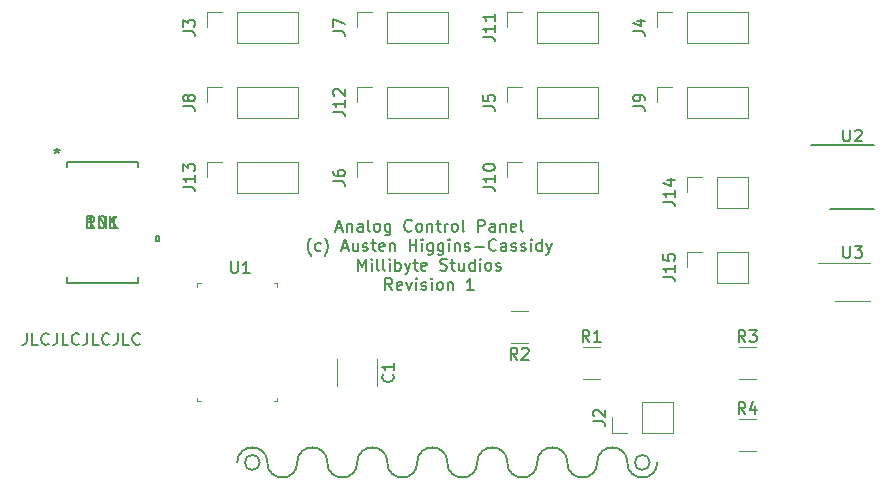
<source format=gbr>
%TF.GenerationSoftware,KiCad,Pcbnew,(5.1.8)-1*%
%TF.CreationDate,2021-01-25T11:57:41-05:00*%
%TF.ProjectId,Analog_Panel,416e616c-6f67-45f5-9061-6e656c2e6b69,rev?*%
%TF.SameCoordinates,Original*%
%TF.FileFunction,Legend,Top*%
%TF.FilePolarity,Positive*%
%FSLAX46Y46*%
G04 Gerber Fmt 4.6, Leading zero omitted, Abs format (unit mm)*
G04 Created by KiCad (PCBNEW (5.1.8)-1) date 2021-01-25 11:57:41*
%MOMM*%
%LPD*%
G01*
G04 APERTURE LIST*
%ADD10C,0.150000*%
%ADD11C,0.120000*%
%ADD12C,0.152400*%
%ADD13C,0.100000*%
G04 APERTURE END LIST*
D10*
X47625000Y-59690000D02*
G75*
G03*
X47625000Y-59690000I-635000J0D01*
G01*
X80645000Y-59690000D02*
G75*
G03*
X80645000Y-59690000I-635000J0D01*
G01*
X81280000Y-59690000D02*
G75*
G02*
X78740000Y-59690000I-1270000J0D01*
G01*
X76200000Y-59690000D02*
G75*
G02*
X78740000Y-59690000I1270000J0D01*
G01*
X76200000Y-59690000D02*
G75*
G02*
X73660000Y-59690000I-1270000J0D01*
G01*
X71120000Y-59690000D02*
G75*
G02*
X73660000Y-59690000I1270000J0D01*
G01*
X71120000Y-59690000D02*
G75*
G02*
X68580000Y-59690000I-1270000J0D01*
G01*
X66040000Y-59690000D02*
G75*
G02*
X68580000Y-59690000I1270000J0D01*
G01*
X66040000Y-59690000D02*
G75*
G02*
X63500000Y-59690000I-1270000J0D01*
G01*
X60960000Y-59690000D02*
G75*
G02*
X63500000Y-59690000I1270000J0D01*
G01*
X60960000Y-59690000D02*
G75*
G02*
X58420000Y-59690000I-1270000J0D01*
G01*
X55880000Y-59690000D02*
G75*
G02*
X58420000Y-59690000I1270000J0D01*
G01*
X55880000Y-59690000D02*
G75*
G02*
X53340000Y-59690000I-1270000J0D01*
G01*
X50800000Y-59690000D02*
G75*
G02*
X53340000Y-59690000I1270000J0D01*
G01*
X50800000Y-59690000D02*
G75*
G02*
X48260000Y-59690000I-1270000J0D01*
G01*
X45720000Y-59690000D02*
G75*
G02*
X48260000Y-59690000I1270000J0D01*
G01*
X27892952Y-48728380D02*
X27892952Y-49442666D01*
X27845333Y-49585523D01*
X27750095Y-49680761D01*
X27607238Y-49728380D01*
X27512000Y-49728380D01*
X28845333Y-49728380D02*
X28369142Y-49728380D01*
X28369142Y-48728380D01*
X29750095Y-49633142D02*
X29702476Y-49680761D01*
X29559619Y-49728380D01*
X29464380Y-49728380D01*
X29321523Y-49680761D01*
X29226285Y-49585523D01*
X29178666Y-49490285D01*
X29131047Y-49299809D01*
X29131047Y-49156952D01*
X29178666Y-48966476D01*
X29226285Y-48871238D01*
X29321523Y-48776000D01*
X29464380Y-48728380D01*
X29559619Y-48728380D01*
X29702476Y-48776000D01*
X29750095Y-48823619D01*
X30464380Y-48728380D02*
X30464380Y-49442666D01*
X30416761Y-49585523D01*
X30321523Y-49680761D01*
X30178666Y-49728380D01*
X30083428Y-49728380D01*
X31416761Y-49728380D02*
X30940571Y-49728380D01*
X30940571Y-48728380D01*
X32321523Y-49633142D02*
X32273904Y-49680761D01*
X32131047Y-49728380D01*
X32035809Y-49728380D01*
X31892952Y-49680761D01*
X31797714Y-49585523D01*
X31750095Y-49490285D01*
X31702476Y-49299809D01*
X31702476Y-49156952D01*
X31750095Y-48966476D01*
X31797714Y-48871238D01*
X31892952Y-48776000D01*
X32035809Y-48728380D01*
X32131047Y-48728380D01*
X32273904Y-48776000D01*
X32321523Y-48823619D01*
X33035809Y-48728380D02*
X33035809Y-49442666D01*
X32988190Y-49585523D01*
X32892952Y-49680761D01*
X32750095Y-49728380D01*
X32654857Y-49728380D01*
X33988190Y-49728380D02*
X33512000Y-49728380D01*
X33512000Y-48728380D01*
X34892952Y-49633142D02*
X34845333Y-49680761D01*
X34702476Y-49728380D01*
X34607238Y-49728380D01*
X34464380Y-49680761D01*
X34369142Y-49585523D01*
X34321523Y-49490285D01*
X34273904Y-49299809D01*
X34273904Y-49156952D01*
X34321523Y-48966476D01*
X34369142Y-48871238D01*
X34464380Y-48776000D01*
X34607238Y-48728380D01*
X34702476Y-48728380D01*
X34845333Y-48776000D01*
X34892952Y-48823619D01*
X35607238Y-48728380D02*
X35607238Y-49442666D01*
X35559619Y-49585523D01*
X35464380Y-49680761D01*
X35321523Y-49728380D01*
X35226285Y-49728380D01*
X36559619Y-49728380D02*
X36083428Y-49728380D01*
X36083428Y-48728380D01*
X37464380Y-49633142D02*
X37416761Y-49680761D01*
X37273904Y-49728380D01*
X37178666Y-49728380D01*
X37035809Y-49680761D01*
X36940571Y-49585523D01*
X36892952Y-49490285D01*
X36845333Y-49299809D01*
X36845333Y-49156952D01*
X36892952Y-48966476D01*
X36940571Y-48871238D01*
X37035809Y-48776000D01*
X37178666Y-48728380D01*
X37273904Y-48728380D01*
X37416761Y-48776000D01*
X37464380Y-48823619D01*
X54095047Y-39855666D02*
X54571238Y-39855666D01*
X53999809Y-40141380D02*
X54333142Y-39141380D01*
X54666476Y-40141380D01*
X54999809Y-39474714D02*
X54999809Y-40141380D01*
X54999809Y-39569952D02*
X55047428Y-39522333D01*
X55142666Y-39474714D01*
X55285523Y-39474714D01*
X55380761Y-39522333D01*
X55428380Y-39617571D01*
X55428380Y-40141380D01*
X56333142Y-40141380D02*
X56333142Y-39617571D01*
X56285523Y-39522333D01*
X56190285Y-39474714D01*
X55999809Y-39474714D01*
X55904571Y-39522333D01*
X56333142Y-40093761D02*
X56237904Y-40141380D01*
X55999809Y-40141380D01*
X55904571Y-40093761D01*
X55856952Y-39998523D01*
X55856952Y-39903285D01*
X55904571Y-39808047D01*
X55999809Y-39760428D01*
X56237904Y-39760428D01*
X56333142Y-39712809D01*
X56952190Y-40141380D02*
X56856952Y-40093761D01*
X56809333Y-39998523D01*
X56809333Y-39141380D01*
X57476000Y-40141380D02*
X57380761Y-40093761D01*
X57333142Y-40046142D01*
X57285523Y-39950904D01*
X57285523Y-39665190D01*
X57333142Y-39569952D01*
X57380761Y-39522333D01*
X57476000Y-39474714D01*
X57618857Y-39474714D01*
X57714095Y-39522333D01*
X57761714Y-39569952D01*
X57809333Y-39665190D01*
X57809333Y-39950904D01*
X57761714Y-40046142D01*
X57714095Y-40093761D01*
X57618857Y-40141380D01*
X57476000Y-40141380D01*
X58666476Y-39474714D02*
X58666476Y-40284238D01*
X58618857Y-40379476D01*
X58571238Y-40427095D01*
X58475999Y-40474714D01*
X58333142Y-40474714D01*
X58237904Y-40427095D01*
X58666476Y-40093761D02*
X58571238Y-40141380D01*
X58380761Y-40141380D01*
X58285523Y-40093761D01*
X58237904Y-40046142D01*
X58190285Y-39950904D01*
X58190285Y-39665190D01*
X58237904Y-39569952D01*
X58285523Y-39522333D01*
X58380761Y-39474714D01*
X58571238Y-39474714D01*
X58666476Y-39522333D01*
X60476000Y-40046142D02*
X60428380Y-40093761D01*
X60285523Y-40141380D01*
X60190285Y-40141380D01*
X60047428Y-40093761D01*
X59952190Y-39998523D01*
X59904571Y-39903285D01*
X59856952Y-39712809D01*
X59856952Y-39569952D01*
X59904571Y-39379476D01*
X59952190Y-39284238D01*
X60047428Y-39189000D01*
X60190285Y-39141380D01*
X60285523Y-39141380D01*
X60428380Y-39189000D01*
X60476000Y-39236619D01*
X61047428Y-40141380D02*
X60952190Y-40093761D01*
X60904571Y-40046142D01*
X60856952Y-39950904D01*
X60856952Y-39665190D01*
X60904571Y-39569952D01*
X60952190Y-39522333D01*
X61047428Y-39474714D01*
X61190285Y-39474714D01*
X61285523Y-39522333D01*
X61333142Y-39569952D01*
X61380761Y-39665190D01*
X61380761Y-39950904D01*
X61333142Y-40046142D01*
X61285523Y-40093761D01*
X61190285Y-40141380D01*
X61047428Y-40141380D01*
X61809333Y-39474714D02*
X61809333Y-40141380D01*
X61809333Y-39569952D02*
X61856952Y-39522333D01*
X61952190Y-39474714D01*
X62095047Y-39474714D01*
X62190285Y-39522333D01*
X62237904Y-39617571D01*
X62237904Y-40141380D01*
X62571238Y-39474714D02*
X62952190Y-39474714D01*
X62714095Y-39141380D02*
X62714095Y-39998523D01*
X62761714Y-40093761D01*
X62856952Y-40141380D01*
X62952190Y-40141380D01*
X63285523Y-40141380D02*
X63285523Y-39474714D01*
X63285523Y-39665190D02*
X63333142Y-39569952D01*
X63380761Y-39522333D01*
X63476000Y-39474714D01*
X63571238Y-39474714D01*
X64047428Y-40141380D02*
X63952190Y-40093761D01*
X63904571Y-40046142D01*
X63856952Y-39950904D01*
X63856952Y-39665190D01*
X63904571Y-39569952D01*
X63952190Y-39522333D01*
X64047428Y-39474714D01*
X64190285Y-39474714D01*
X64285523Y-39522333D01*
X64333142Y-39569952D01*
X64380761Y-39665190D01*
X64380761Y-39950904D01*
X64333142Y-40046142D01*
X64285523Y-40093761D01*
X64190285Y-40141380D01*
X64047428Y-40141380D01*
X64952190Y-40141380D02*
X64856952Y-40093761D01*
X64809333Y-39998523D01*
X64809333Y-39141380D01*
X66095047Y-40141380D02*
X66095047Y-39141380D01*
X66476000Y-39141380D01*
X66571238Y-39189000D01*
X66618857Y-39236619D01*
X66666476Y-39331857D01*
X66666476Y-39474714D01*
X66618857Y-39569952D01*
X66571238Y-39617571D01*
X66476000Y-39665190D01*
X66095047Y-39665190D01*
X67523619Y-40141380D02*
X67523619Y-39617571D01*
X67476000Y-39522333D01*
X67380761Y-39474714D01*
X67190285Y-39474714D01*
X67095047Y-39522333D01*
X67523619Y-40093761D02*
X67428380Y-40141380D01*
X67190285Y-40141380D01*
X67095047Y-40093761D01*
X67047428Y-39998523D01*
X67047428Y-39903285D01*
X67095047Y-39808047D01*
X67190285Y-39760428D01*
X67428380Y-39760428D01*
X67523619Y-39712809D01*
X67999809Y-39474714D02*
X67999809Y-40141380D01*
X67999809Y-39569952D02*
X68047428Y-39522333D01*
X68142666Y-39474714D01*
X68285523Y-39474714D01*
X68380761Y-39522333D01*
X68428380Y-39617571D01*
X68428380Y-40141380D01*
X69285523Y-40093761D02*
X69190285Y-40141380D01*
X68999809Y-40141380D01*
X68904571Y-40093761D01*
X68856952Y-39998523D01*
X68856952Y-39617571D01*
X68904571Y-39522333D01*
X68999809Y-39474714D01*
X69190285Y-39474714D01*
X69285523Y-39522333D01*
X69333142Y-39617571D01*
X69333142Y-39712809D01*
X68856952Y-39808047D01*
X69904571Y-40141380D02*
X69809333Y-40093761D01*
X69761714Y-39998523D01*
X69761714Y-39141380D01*
X51976000Y-42172333D02*
X51928380Y-42124714D01*
X51833142Y-41981857D01*
X51785523Y-41886619D01*
X51737904Y-41743761D01*
X51690285Y-41505666D01*
X51690285Y-41315190D01*
X51737904Y-41077095D01*
X51785523Y-40934238D01*
X51833142Y-40839000D01*
X51928380Y-40696142D01*
X51976000Y-40648523D01*
X52785523Y-41743761D02*
X52690285Y-41791380D01*
X52499809Y-41791380D01*
X52404571Y-41743761D01*
X52356952Y-41696142D01*
X52309333Y-41600904D01*
X52309333Y-41315190D01*
X52356952Y-41219952D01*
X52404571Y-41172333D01*
X52499809Y-41124714D01*
X52690285Y-41124714D01*
X52785523Y-41172333D01*
X53118857Y-42172333D02*
X53166476Y-42124714D01*
X53261714Y-41981857D01*
X53309333Y-41886619D01*
X53356952Y-41743761D01*
X53404571Y-41505666D01*
X53404571Y-41315190D01*
X53356952Y-41077095D01*
X53309333Y-40934238D01*
X53261714Y-40839000D01*
X53166476Y-40696142D01*
X53118857Y-40648523D01*
X54595047Y-41505666D02*
X55071238Y-41505666D01*
X54499809Y-41791380D02*
X54833142Y-40791380D01*
X55166476Y-41791380D01*
X55928380Y-41124714D02*
X55928380Y-41791380D01*
X55499809Y-41124714D02*
X55499809Y-41648523D01*
X55547428Y-41743761D01*
X55642666Y-41791380D01*
X55785523Y-41791380D01*
X55880761Y-41743761D01*
X55928380Y-41696142D01*
X56356952Y-41743761D02*
X56452190Y-41791380D01*
X56642666Y-41791380D01*
X56737904Y-41743761D01*
X56785523Y-41648523D01*
X56785523Y-41600904D01*
X56737904Y-41505666D01*
X56642666Y-41458047D01*
X56499809Y-41458047D01*
X56404571Y-41410428D01*
X56356952Y-41315190D01*
X56356952Y-41267571D01*
X56404571Y-41172333D01*
X56499809Y-41124714D01*
X56642666Y-41124714D01*
X56737904Y-41172333D01*
X57071238Y-41124714D02*
X57452190Y-41124714D01*
X57214095Y-40791380D02*
X57214095Y-41648523D01*
X57261714Y-41743761D01*
X57356952Y-41791380D01*
X57452190Y-41791380D01*
X58166476Y-41743761D02*
X58071238Y-41791380D01*
X57880761Y-41791380D01*
X57785523Y-41743761D01*
X57737904Y-41648523D01*
X57737904Y-41267571D01*
X57785523Y-41172333D01*
X57880761Y-41124714D01*
X58071238Y-41124714D01*
X58166476Y-41172333D01*
X58214095Y-41267571D01*
X58214095Y-41362809D01*
X57737904Y-41458047D01*
X58642666Y-41124714D02*
X58642666Y-41791380D01*
X58642666Y-41219952D02*
X58690285Y-41172333D01*
X58785523Y-41124714D01*
X58928380Y-41124714D01*
X59023619Y-41172333D01*
X59071238Y-41267571D01*
X59071238Y-41791380D01*
X60309333Y-41791380D02*
X60309333Y-40791380D01*
X60309333Y-41267571D02*
X60880761Y-41267571D01*
X60880761Y-41791380D02*
X60880761Y-40791380D01*
X61356952Y-41791380D02*
X61356952Y-41124714D01*
X61356952Y-40791380D02*
X61309333Y-40839000D01*
X61356952Y-40886619D01*
X61404571Y-40839000D01*
X61356952Y-40791380D01*
X61356952Y-40886619D01*
X62261714Y-41124714D02*
X62261714Y-41934238D01*
X62214095Y-42029476D01*
X62166476Y-42077095D01*
X62071238Y-42124714D01*
X61928380Y-42124714D01*
X61833142Y-42077095D01*
X62261714Y-41743761D02*
X62166476Y-41791380D01*
X61976000Y-41791380D01*
X61880761Y-41743761D01*
X61833142Y-41696142D01*
X61785523Y-41600904D01*
X61785523Y-41315190D01*
X61833142Y-41219952D01*
X61880761Y-41172333D01*
X61976000Y-41124714D01*
X62166476Y-41124714D01*
X62261714Y-41172333D01*
X63166476Y-41124714D02*
X63166476Y-41934238D01*
X63118857Y-42029476D01*
X63071238Y-42077095D01*
X62976000Y-42124714D01*
X62833142Y-42124714D01*
X62737904Y-42077095D01*
X63166476Y-41743761D02*
X63071238Y-41791380D01*
X62880761Y-41791380D01*
X62785523Y-41743761D01*
X62737904Y-41696142D01*
X62690285Y-41600904D01*
X62690285Y-41315190D01*
X62737904Y-41219952D01*
X62785523Y-41172333D01*
X62880761Y-41124714D01*
X63071238Y-41124714D01*
X63166476Y-41172333D01*
X63642666Y-41791380D02*
X63642666Y-41124714D01*
X63642666Y-40791380D02*
X63595047Y-40839000D01*
X63642666Y-40886619D01*
X63690285Y-40839000D01*
X63642666Y-40791380D01*
X63642666Y-40886619D01*
X64118857Y-41124714D02*
X64118857Y-41791380D01*
X64118857Y-41219952D02*
X64166476Y-41172333D01*
X64261714Y-41124714D01*
X64404571Y-41124714D01*
X64499809Y-41172333D01*
X64547428Y-41267571D01*
X64547428Y-41791380D01*
X64976000Y-41743761D02*
X65071238Y-41791380D01*
X65261714Y-41791380D01*
X65356952Y-41743761D01*
X65404571Y-41648523D01*
X65404571Y-41600904D01*
X65356952Y-41505666D01*
X65261714Y-41458047D01*
X65118857Y-41458047D01*
X65023619Y-41410428D01*
X64976000Y-41315190D01*
X64976000Y-41267571D01*
X65023619Y-41172333D01*
X65118857Y-41124714D01*
X65261714Y-41124714D01*
X65356952Y-41172333D01*
X65833142Y-41410428D02*
X66595047Y-41410428D01*
X67642666Y-41696142D02*
X67595047Y-41743761D01*
X67452190Y-41791380D01*
X67356952Y-41791380D01*
X67214095Y-41743761D01*
X67118857Y-41648523D01*
X67071238Y-41553285D01*
X67023619Y-41362809D01*
X67023619Y-41219952D01*
X67071238Y-41029476D01*
X67118857Y-40934238D01*
X67214095Y-40839000D01*
X67356952Y-40791380D01*
X67452190Y-40791380D01*
X67595047Y-40839000D01*
X67642666Y-40886619D01*
X68499809Y-41791380D02*
X68499809Y-41267571D01*
X68452190Y-41172333D01*
X68356952Y-41124714D01*
X68166476Y-41124714D01*
X68071238Y-41172333D01*
X68499809Y-41743761D02*
X68404571Y-41791380D01*
X68166476Y-41791380D01*
X68071238Y-41743761D01*
X68023619Y-41648523D01*
X68023619Y-41553285D01*
X68071238Y-41458047D01*
X68166476Y-41410428D01*
X68404571Y-41410428D01*
X68499809Y-41362809D01*
X68928380Y-41743761D02*
X69023619Y-41791380D01*
X69214095Y-41791380D01*
X69309333Y-41743761D01*
X69356952Y-41648523D01*
X69356952Y-41600904D01*
X69309333Y-41505666D01*
X69214095Y-41458047D01*
X69071238Y-41458047D01*
X68976000Y-41410428D01*
X68928380Y-41315190D01*
X68928380Y-41267571D01*
X68976000Y-41172333D01*
X69071238Y-41124714D01*
X69214095Y-41124714D01*
X69309333Y-41172333D01*
X69737904Y-41743761D02*
X69833142Y-41791380D01*
X70023619Y-41791380D01*
X70118857Y-41743761D01*
X70166476Y-41648523D01*
X70166476Y-41600904D01*
X70118857Y-41505666D01*
X70023619Y-41458047D01*
X69880761Y-41458047D01*
X69785523Y-41410428D01*
X69737904Y-41315190D01*
X69737904Y-41267571D01*
X69785523Y-41172333D01*
X69880761Y-41124714D01*
X70023619Y-41124714D01*
X70118857Y-41172333D01*
X70595047Y-41791380D02*
X70595047Y-41124714D01*
X70595047Y-40791380D02*
X70547428Y-40839000D01*
X70595047Y-40886619D01*
X70642666Y-40839000D01*
X70595047Y-40791380D01*
X70595047Y-40886619D01*
X71499809Y-41791380D02*
X71499809Y-40791380D01*
X71499809Y-41743761D02*
X71404571Y-41791380D01*
X71214095Y-41791380D01*
X71118857Y-41743761D01*
X71071238Y-41696142D01*
X71023619Y-41600904D01*
X71023619Y-41315190D01*
X71071238Y-41219952D01*
X71118857Y-41172333D01*
X71214095Y-41124714D01*
X71404571Y-41124714D01*
X71499809Y-41172333D01*
X71880761Y-41124714D02*
X72118857Y-41791380D01*
X72356952Y-41124714D02*
X72118857Y-41791380D01*
X72023619Y-42029476D01*
X71976000Y-42077095D01*
X71880761Y-42124714D01*
X55952190Y-43441380D02*
X55952190Y-42441380D01*
X56285523Y-43155666D01*
X56618857Y-42441380D01*
X56618857Y-43441380D01*
X57095047Y-43441380D02*
X57095047Y-42774714D01*
X57095047Y-42441380D02*
X57047428Y-42489000D01*
X57095047Y-42536619D01*
X57142666Y-42489000D01*
X57095047Y-42441380D01*
X57095047Y-42536619D01*
X57714095Y-43441380D02*
X57618857Y-43393761D01*
X57571238Y-43298523D01*
X57571238Y-42441380D01*
X58237904Y-43441380D02*
X58142666Y-43393761D01*
X58095047Y-43298523D01*
X58095047Y-42441380D01*
X58618857Y-43441380D02*
X58618857Y-42774714D01*
X58618857Y-42441380D02*
X58571238Y-42489000D01*
X58618857Y-42536619D01*
X58666476Y-42489000D01*
X58618857Y-42441380D01*
X58618857Y-42536619D01*
X59095047Y-43441380D02*
X59095047Y-42441380D01*
X59095047Y-42822333D02*
X59190285Y-42774714D01*
X59380761Y-42774714D01*
X59476000Y-42822333D01*
X59523619Y-42869952D01*
X59571238Y-42965190D01*
X59571238Y-43250904D01*
X59523619Y-43346142D01*
X59476000Y-43393761D01*
X59380761Y-43441380D01*
X59190285Y-43441380D01*
X59095047Y-43393761D01*
X59904571Y-42774714D02*
X60142666Y-43441380D01*
X60380761Y-42774714D02*
X60142666Y-43441380D01*
X60047428Y-43679476D01*
X59999809Y-43727095D01*
X59904571Y-43774714D01*
X60618857Y-42774714D02*
X60999809Y-42774714D01*
X60761714Y-42441380D02*
X60761714Y-43298523D01*
X60809333Y-43393761D01*
X60904571Y-43441380D01*
X60999809Y-43441380D01*
X61714095Y-43393761D02*
X61618857Y-43441380D01*
X61428380Y-43441380D01*
X61333142Y-43393761D01*
X61285523Y-43298523D01*
X61285523Y-42917571D01*
X61333142Y-42822333D01*
X61428380Y-42774714D01*
X61618857Y-42774714D01*
X61714095Y-42822333D01*
X61761714Y-42917571D01*
X61761714Y-43012809D01*
X61285523Y-43108047D01*
X62904571Y-43393761D02*
X63047428Y-43441380D01*
X63285523Y-43441380D01*
X63380761Y-43393761D01*
X63428380Y-43346142D01*
X63476000Y-43250904D01*
X63476000Y-43155666D01*
X63428380Y-43060428D01*
X63380761Y-43012809D01*
X63285523Y-42965190D01*
X63095047Y-42917571D01*
X62999809Y-42869952D01*
X62952190Y-42822333D01*
X62904571Y-42727095D01*
X62904571Y-42631857D01*
X62952190Y-42536619D01*
X62999809Y-42489000D01*
X63095047Y-42441380D01*
X63333142Y-42441380D01*
X63476000Y-42489000D01*
X63761714Y-42774714D02*
X64142666Y-42774714D01*
X63904571Y-42441380D02*
X63904571Y-43298523D01*
X63952190Y-43393761D01*
X64047428Y-43441380D01*
X64142666Y-43441380D01*
X64904571Y-42774714D02*
X64904571Y-43441380D01*
X64476000Y-42774714D02*
X64476000Y-43298523D01*
X64523619Y-43393761D01*
X64618857Y-43441380D01*
X64761714Y-43441380D01*
X64856952Y-43393761D01*
X64904571Y-43346142D01*
X65809333Y-43441380D02*
X65809333Y-42441380D01*
X65809333Y-43393761D02*
X65714095Y-43441380D01*
X65523619Y-43441380D01*
X65428380Y-43393761D01*
X65380761Y-43346142D01*
X65333142Y-43250904D01*
X65333142Y-42965190D01*
X65380761Y-42869952D01*
X65428380Y-42822333D01*
X65523619Y-42774714D01*
X65714095Y-42774714D01*
X65809333Y-42822333D01*
X66285523Y-43441380D02*
X66285523Y-42774714D01*
X66285523Y-42441380D02*
X66237904Y-42489000D01*
X66285523Y-42536619D01*
X66333142Y-42489000D01*
X66285523Y-42441380D01*
X66285523Y-42536619D01*
X66904571Y-43441380D02*
X66809333Y-43393761D01*
X66761714Y-43346142D01*
X66714095Y-43250904D01*
X66714095Y-42965190D01*
X66761714Y-42869952D01*
X66809333Y-42822333D01*
X66904571Y-42774714D01*
X67047428Y-42774714D01*
X67142666Y-42822333D01*
X67190285Y-42869952D01*
X67237904Y-42965190D01*
X67237904Y-43250904D01*
X67190285Y-43346142D01*
X67142666Y-43393761D01*
X67047428Y-43441380D01*
X66904571Y-43441380D01*
X67618857Y-43393761D02*
X67714095Y-43441380D01*
X67904571Y-43441380D01*
X67999809Y-43393761D01*
X68047428Y-43298523D01*
X68047428Y-43250904D01*
X67999809Y-43155666D01*
X67904571Y-43108047D01*
X67761714Y-43108047D01*
X67666476Y-43060428D01*
X67618857Y-42965190D01*
X67618857Y-42917571D01*
X67666476Y-42822333D01*
X67761714Y-42774714D01*
X67904571Y-42774714D01*
X67999809Y-42822333D01*
X58833142Y-45091380D02*
X58499809Y-44615190D01*
X58261714Y-45091380D02*
X58261714Y-44091380D01*
X58642666Y-44091380D01*
X58737904Y-44139000D01*
X58785523Y-44186619D01*
X58833142Y-44281857D01*
X58833142Y-44424714D01*
X58785523Y-44519952D01*
X58737904Y-44567571D01*
X58642666Y-44615190D01*
X58261714Y-44615190D01*
X59642666Y-45043761D02*
X59547428Y-45091380D01*
X59356952Y-45091380D01*
X59261714Y-45043761D01*
X59214095Y-44948523D01*
X59214095Y-44567571D01*
X59261714Y-44472333D01*
X59356952Y-44424714D01*
X59547428Y-44424714D01*
X59642666Y-44472333D01*
X59690285Y-44567571D01*
X59690285Y-44662809D01*
X59214095Y-44758047D01*
X60023619Y-44424714D02*
X60261714Y-45091380D01*
X60499809Y-44424714D01*
X60880761Y-45091380D02*
X60880761Y-44424714D01*
X60880761Y-44091380D02*
X60833142Y-44139000D01*
X60880761Y-44186619D01*
X60928380Y-44139000D01*
X60880761Y-44091380D01*
X60880761Y-44186619D01*
X61309333Y-45043761D02*
X61404571Y-45091380D01*
X61595047Y-45091380D01*
X61690285Y-45043761D01*
X61737904Y-44948523D01*
X61737904Y-44900904D01*
X61690285Y-44805666D01*
X61595047Y-44758047D01*
X61452190Y-44758047D01*
X61356952Y-44710428D01*
X61309333Y-44615190D01*
X61309333Y-44567571D01*
X61356952Y-44472333D01*
X61452190Y-44424714D01*
X61595047Y-44424714D01*
X61690285Y-44472333D01*
X62166476Y-45091380D02*
X62166476Y-44424714D01*
X62166476Y-44091380D02*
X62118857Y-44139000D01*
X62166476Y-44186619D01*
X62214095Y-44139000D01*
X62166476Y-44091380D01*
X62166476Y-44186619D01*
X62785523Y-45091380D02*
X62690285Y-45043761D01*
X62642666Y-44996142D01*
X62595047Y-44900904D01*
X62595047Y-44615190D01*
X62642666Y-44519952D01*
X62690285Y-44472333D01*
X62785523Y-44424714D01*
X62928380Y-44424714D01*
X63023619Y-44472333D01*
X63071238Y-44519952D01*
X63118857Y-44615190D01*
X63118857Y-44900904D01*
X63071238Y-44996142D01*
X63023619Y-45043761D01*
X62928380Y-45091380D01*
X62785523Y-45091380D01*
X63547428Y-44424714D02*
X63547428Y-45091380D01*
X63547428Y-44519952D02*
X63595047Y-44472333D01*
X63690285Y-44424714D01*
X63833142Y-44424714D01*
X63928380Y-44472333D01*
X63976000Y-44567571D01*
X63976000Y-45091380D01*
X65737904Y-45091380D02*
X65166476Y-45091380D01*
X65452190Y-45091380D02*
X65452190Y-44091380D01*
X65356952Y-44234238D01*
X65261714Y-44329476D01*
X65166476Y-44377095D01*
D11*
%TO.C,C1*%
X54170000Y-50908748D02*
X54170000Y-53231252D01*
X57590000Y-50908748D02*
X57590000Y-53231252D01*
%TO.C,J2*%
X77410000Y-57210000D02*
X77410000Y-55880000D01*
X78740000Y-57210000D02*
X77410000Y-57210000D01*
X80010000Y-57210000D02*
X80010000Y-54550000D01*
X80010000Y-54550000D02*
X82610000Y-54550000D01*
X80010000Y-57210000D02*
X82610000Y-57210000D01*
X82610000Y-57210000D02*
X82610000Y-54550000D01*
%TO.C,J3*%
X43120000Y-22860000D02*
X43120000Y-21530000D01*
X43120000Y-21530000D02*
X44450000Y-21530000D01*
X45720000Y-21530000D02*
X50860000Y-21530000D01*
X50860000Y-24190000D02*
X50860000Y-21530000D01*
X45720000Y-24190000D02*
X50860000Y-24190000D01*
X45720000Y-24190000D02*
X45720000Y-21530000D01*
%TO.C,J4*%
X83820000Y-24190000D02*
X83820000Y-21530000D01*
X83820000Y-24190000D02*
X88960000Y-24190000D01*
X88960000Y-24190000D02*
X88960000Y-21530000D01*
X83820000Y-21530000D02*
X88960000Y-21530000D01*
X81220000Y-21530000D02*
X82550000Y-21530000D01*
X81220000Y-22860000D02*
X81220000Y-21530000D01*
%TO.C,J5*%
X68520000Y-29210000D02*
X68520000Y-27880000D01*
X68520000Y-27880000D02*
X69850000Y-27880000D01*
X71120000Y-27880000D02*
X76260000Y-27880000D01*
X76260000Y-30540000D02*
X76260000Y-27880000D01*
X71120000Y-30540000D02*
X76260000Y-30540000D01*
X71120000Y-30540000D02*
X71120000Y-27880000D01*
%TO.C,J6*%
X58420000Y-36890000D02*
X58420000Y-34230000D01*
X58420000Y-36890000D02*
X63560000Y-36890000D01*
X63560000Y-36890000D02*
X63560000Y-34230000D01*
X58420000Y-34230000D02*
X63560000Y-34230000D01*
X55820000Y-34230000D02*
X57150000Y-34230000D01*
X55820000Y-35560000D02*
X55820000Y-34230000D01*
%TO.C,J7*%
X55820000Y-22860000D02*
X55820000Y-21530000D01*
X55820000Y-21530000D02*
X57150000Y-21530000D01*
X58420000Y-21530000D02*
X63560000Y-21530000D01*
X63560000Y-24190000D02*
X63560000Y-21530000D01*
X58420000Y-24190000D02*
X63560000Y-24190000D01*
X58420000Y-24190000D02*
X58420000Y-21530000D01*
%TO.C,J8*%
X43120000Y-29210000D02*
X43120000Y-27880000D01*
X43120000Y-27880000D02*
X44450000Y-27880000D01*
X45720000Y-27880000D02*
X50860000Y-27880000D01*
X50860000Y-30540000D02*
X50860000Y-27880000D01*
X45720000Y-30540000D02*
X50860000Y-30540000D01*
X45720000Y-30540000D02*
X45720000Y-27880000D01*
%TO.C,J9*%
X83820000Y-30540000D02*
X83820000Y-27880000D01*
X83820000Y-30540000D02*
X88960000Y-30540000D01*
X88960000Y-30540000D02*
X88960000Y-27880000D01*
X83820000Y-27880000D02*
X88960000Y-27880000D01*
X81220000Y-27880000D02*
X82550000Y-27880000D01*
X81220000Y-29210000D02*
X81220000Y-27880000D01*
%TO.C,J10*%
X68520000Y-35560000D02*
X68520000Y-34230000D01*
X68520000Y-34230000D02*
X69850000Y-34230000D01*
X71120000Y-34230000D02*
X76260000Y-34230000D01*
X76260000Y-36890000D02*
X76260000Y-34230000D01*
X71120000Y-36890000D02*
X76260000Y-36890000D01*
X71120000Y-36890000D02*
X71120000Y-34230000D01*
%TO.C,J11*%
X71120000Y-24190000D02*
X71120000Y-21530000D01*
X71120000Y-24190000D02*
X76260000Y-24190000D01*
X76260000Y-24190000D02*
X76260000Y-21530000D01*
X71120000Y-21530000D02*
X76260000Y-21530000D01*
X68520000Y-21530000D02*
X69850000Y-21530000D01*
X68520000Y-22860000D02*
X68520000Y-21530000D01*
%TO.C,J12*%
X55820000Y-29210000D02*
X55820000Y-27880000D01*
X55820000Y-27880000D02*
X57150000Y-27880000D01*
X58420000Y-27880000D02*
X63560000Y-27880000D01*
X63560000Y-30540000D02*
X63560000Y-27880000D01*
X58420000Y-30540000D02*
X63560000Y-30540000D01*
X58420000Y-30540000D02*
X58420000Y-27880000D01*
%TO.C,J13*%
X45720000Y-36890000D02*
X45720000Y-34230000D01*
X45720000Y-36890000D02*
X50860000Y-36890000D01*
X50860000Y-36890000D02*
X50860000Y-34230000D01*
X45720000Y-34230000D02*
X50860000Y-34230000D01*
X43120000Y-34230000D02*
X44450000Y-34230000D01*
X43120000Y-35560000D02*
X43120000Y-34230000D01*
%TO.C,J14*%
X83760000Y-36830000D02*
X83760000Y-35500000D01*
X83760000Y-35500000D02*
X85090000Y-35500000D01*
X86360000Y-35500000D02*
X88960000Y-35500000D01*
X88960000Y-38160000D02*
X88960000Y-35500000D01*
X86360000Y-38160000D02*
X88960000Y-38160000D01*
X86360000Y-38160000D02*
X86360000Y-35500000D01*
%TO.C,J15*%
X86360000Y-44510000D02*
X86360000Y-41850000D01*
X86360000Y-44510000D02*
X88960000Y-44510000D01*
X88960000Y-44510000D02*
X88960000Y-41850000D01*
X86360000Y-41850000D02*
X88960000Y-41850000D01*
X83760000Y-41850000D02*
X85090000Y-41850000D01*
X83760000Y-43180000D02*
X83760000Y-41850000D01*
%TO.C,R1*%
X74968263Y-52663000D02*
X76415737Y-52663000D01*
X74968263Y-49953000D02*
X76415737Y-49953000D01*
%TO.C,R2*%
X70319737Y-49615000D02*
X68872263Y-49615000D01*
X70319737Y-46905000D02*
X68872263Y-46905000D01*
%TO.C,R3*%
X88176263Y-49953000D02*
X89623737Y-49953000D01*
X88176263Y-52663000D02*
X89623737Y-52663000D01*
%TO.C,R4*%
X88176263Y-58759000D02*
X89623737Y-58759000D01*
X88176263Y-56049000D02*
X89623737Y-56049000D01*
D12*
%TO.C,RN1*%
X38836600Y-40525700D02*
X39090600Y-40525700D01*
X38836600Y-40906700D02*
X38836600Y-40525700D01*
X39090600Y-40906700D02*
X38836600Y-40906700D01*
X39090600Y-40525700D02*
X39090600Y-40906700D01*
X37274500Y-34719260D02*
X37274500Y-34226500D01*
X31305500Y-44020740D02*
X31305500Y-44513500D01*
X31305500Y-34226500D02*
X31305500Y-34719260D01*
X37274500Y-34226500D02*
X31305500Y-34226500D01*
X37274500Y-44513500D02*
X37274500Y-44020740D01*
X31305500Y-44513500D02*
X37274500Y-44513500D01*
D13*
%TO.C,U1*%
X42310000Y-54520000D02*
X42610000Y-54520000D01*
X42310000Y-54220000D02*
X42310000Y-54520000D01*
X49110000Y-54520000D02*
X48810000Y-54520000D01*
X49110000Y-54220000D02*
X49110000Y-54520000D01*
X49110000Y-44520000D02*
X48810000Y-44520000D01*
X49110000Y-44820000D02*
X49110000Y-44520000D01*
X42310000Y-44520000D02*
X42610000Y-44520000D01*
X42310000Y-44820000D02*
X42310000Y-44520000D01*
D10*
%TO.C,U2*%
X94265000Y-32835000D02*
X99648600Y-32835000D01*
X95935700Y-38235000D02*
X99644300Y-38235000D01*
D11*
%TO.C,U3*%
X97790000Y-42840000D02*
X94915000Y-42840000D01*
X97790000Y-42840000D02*
X99290000Y-42840000D01*
X97790000Y-46060000D02*
X96290000Y-46060000D01*
X97790000Y-46060000D02*
X99290000Y-46060000D01*
%TO.C,C1*%
D10*
X58887142Y-52236666D02*
X58934761Y-52284285D01*
X58982380Y-52427142D01*
X58982380Y-52522380D01*
X58934761Y-52665238D01*
X58839523Y-52760476D01*
X58744285Y-52808095D01*
X58553809Y-52855714D01*
X58410952Y-52855714D01*
X58220476Y-52808095D01*
X58125238Y-52760476D01*
X58030000Y-52665238D01*
X57982380Y-52522380D01*
X57982380Y-52427142D01*
X58030000Y-52284285D01*
X58077619Y-52236666D01*
X58982380Y-51284285D02*
X58982380Y-51855714D01*
X58982380Y-51570000D02*
X57982380Y-51570000D01*
X58125238Y-51665238D01*
X58220476Y-51760476D01*
X58268095Y-51855714D01*
%TO.C,J2*%
X75862380Y-56213333D02*
X76576666Y-56213333D01*
X76719523Y-56260952D01*
X76814761Y-56356190D01*
X76862380Y-56499047D01*
X76862380Y-56594285D01*
X75957619Y-55784761D02*
X75910000Y-55737142D01*
X75862380Y-55641904D01*
X75862380Y-55403809D01*
X75910000Y-55308571D01*
X75957619Y-55260952D01*
X76052857Y-55213333D01*
X76148095Y-55213333D01*
X76290952Y-55260952D01*
X76862380Y-55832380D01*
X76862380Y-55213333D01*
%TO.C,J3*%
X41132380Y-23193333D02*
X41846666Y-23193333D01*
X41989523Y-23240952D01*
X42084761Y-23336190D01*
X42132380Y-23479047D01*
X42132380Y-23574285D01*
X41132380Y-22812380D02*
X41132380Y-22193333D01*
X41513333Y-22526666D01*
X41513333Y-22383809D01*
X41560952Y-22288571D01*
X41608571Y-22240952D01*
X41703809Y-22193333D01*
X41941904Y-22193333D01*
X42037142Y-22240952D01*
X42084761Y-22288571D01*
X42132380Y-22383809D01*
X42132380Y-22669523D01*
X42084761Y-22764761D01*
X42037142Y-22812380D01*
%TO.C,J4*%
X79232380Y-23193333D02*
X79946666Y-23193333D01*
X80089523Y-23240952D01*
X80184761Y-23336190D01*
X80232380Y-23479047D01*
X80232380Y-23574285D01*
X79565714Y-22288571D02*
X80232380Y-22288571D01*
X79184761Y-22526666D02*
X79899047Y-22764761D01*
X79899047Y-22145714D01*
%TO.C,J5*%
X66532380Y-29543333D02*
X67246666Y-29543333D01*
X67389523Y-29590952D01*
X67484761Y-29686190D01*
X67532380Y-29829047D01*
X67532380Y-29924285D01*
X66532380Y-28590952D02*
X66532380Y-29067142D01*
X67008571Y-29114761D01*
X66960952Y-29067142D01*
X66913333Y-28971904D01*
X66913333Y-28733809D01*
X66960952Y-28638571D01*
X67008571Y-28590952D01*
X67103809Y-28543333D01*
X67341904Y-28543333D01*
X67437142Y-28590952D01*
X67484761Y-28638571D01*
X67532380Y-28733809D01*
X67532380Y-28971904D01*
X67484761Y-29067142D01*
X67437142Y-29114761D01*
%TO.C,J6*%
X53832380Y-35893333D02*
X54546666Y-35893333D01*
X54689523Y-35940952D01*
X54784761Y-36036190D01*
X54832380Y-36179047D01*
X54832380Y-36274285D01*
X53832380Y-34988571D02*
X53832380Y-35179047D01*
X53880000Y-35274285D01*
X53927619Y-35321904D01*
X54070476Y-35417142D01*
X54260952Y-35464761D01*
X54641904Y-35464761D01*
X54737142Y-35417142D01*
X54784761Y-35369523D01*
X54832380Y-35274285D01*
X54832380Y-35083809D01*
X54784761Y-34988571D01*
X54737142Y-34940952D01*
X54641904Y-34893333D01*
X54403809Y-34893333D01*
X54308571Y-34940952D01*
X54260952Y-34988571D01*
X54213333Y-35083809D01*
X54213333Y-35274285D01*
X54260952Y-35369523D01*
X54308571Y-35417142D01*
X54403809Y-35464761D01*
%TO.C,J7*%
X53832380Y-23193333D02*
X54546666Y-23193333D01*
X54689523Y-23240952D01*
X54784761Y-23336190D01*
X54832380Y-23479047D01*
X54832380Y-23574285D01*
X53832380Y-22812380D02*
X53832380Y-22145714D01*
X54832380Y-22574285D01*
%TO.C,J8*%
X41132380Y-29543333D02*
X41846666Y-29543333D01*
X41989523Y-29590952D01*
X42084761Y-29686190D01*
X42132380Y-29829047D01*
X42132380Y-29924285D01*
X41560952Y-28924285D02*
X41513333Y-29019523D01*
X41465714Y-29067142D01*
X41370476Y-29114761D01*
X41322857Y-29114761D01*
X41227619Y-29067142D01*
X41180000Y-29019523D01*
X41132380Y-28924285D01*
X41132380Y-28733809D01*
X41180000Y-28638571D01*
X41227619Y-28590952D01*
X41322857Y-28543333D01*
X41370476Y-28543333D01*
X41465714Y-28590952D01*
X41513333Y-28638571D01*
X41560952Y-28733809D01*
X41560952Y-28924285D01*
X41608571Y-29019523D01*
X41656190Y-29067142D01*
X41751428Y-29114761D01*
X41941904Y-29114761D01*
X42037142Y-29067142D01*
X42084761Y-29019523D01*
X42132380Y-28924285D01*
X42132380Y-28733809D01*
X42084761Y-28638571D01*
X42037142Y-28590952D01*
X41941904Y-28543333D01*
X41751428Y-28543333D01*
X41656190Y-28590952D01*
X41608571Y-28638571D01*
X41560952Y-28733809D01*
%TO.C,J9*%
X79232380Y-29543333D02*
X79946666Y-29543333D01*
X80089523Y-29590952D01*
X80184761Y-29686190D01*
X80232380Y-29829047D01*
X80232380Y-29924285D01*
X80232380Y-29019523D02*
X80232380Y-28829047D01*
X80184761Y-28733809D01*
X80137142Y-28686190D01*
X79994285Y-28590952D01*
X79803809Y-28543333D01*
X79422857Y-28543333D01*
X79327619Y-28590952D01*
X79280000Y-28638571D01*
X79232380Y-28733809D01*
X79232380Y-28924285D01*
X79280000Y-29019523D01*
X79327619Y-29067142D01*
X79422857Y-29114761D01*
X79660952Y-29114761D01*
X79756190Y-29067142D01*
X79803809Y-29019523D01*
X79851428Y-28924285D01*
X79851428Y-28733809D01*
X79803809Y-28638571D01*
X79756190Y-28590952D01*
X79660952Y-28543333D01*
%TO.C,J10*%
X66532380Y-36369523D02*
X67246666Y-36369523D01*
X67389523Y-36417142D01*
X67484761Y-36512380D01*
X67532380Y-36655238D01*
X67532380Y-36750476D01*
X67532380Y-35369523D02*
X67532380Y-35940952D01*
X67532380Y-35655238D02*
X66532380Y-35655238D01*
X66675238Y-35750476D01*
X66770476Y-35845714D01*
X66818095Y-35940952D01*
X66532380Y-34750476D02*
X66532380Y-34655238D01*
X66580000Y-34560000D01*
X66627619Y-34512380D01*
X66722857Y-34464761D01*
X66913333Y-34417142D01*
X67151428Y-34417142D01*
X67341904Y-34464761D01*
X67437142Y-34512380D01*
X67484761Y-34560000D01*
X67532380Y-34655238D01*
X67532380Y-34750476D01*
X67484761Y-34845714D01*
X67437142Y-34893333D01*
X67341904Y-34940952D01*
X67151428Y-34988571D01*
X66913333Y-34988571D01*
X66722857Y-34940952D01*
X66627619Y-34893333D01*
X66580000Y-34845714D01*
X66532380Y-34750476D01*
%TO.C,J11*%
X66532380Y-23669523D02*
X67246666Y-23669523D01*
X67389523Y-23717142D01*
X67484761Y-23812380D01*
X67532380Y-23955238D01*
X67532380Y-24050476D01*
X67532380Y-22669523D02*
X67532380Y-23240952D01*
X67532380Y-22955238D02*
X66532380Y-22955238D01*
X66675238Y-23050476D01*
X66770476Y-23145714D01*
X66818095Y-23240952D01*
X67532380Y-21717142D02*
X67532380Y-22288571D01*
X67532380Y-22002857D02*
X66532380Y-22002857D01*
X66675238Y-22098095D01*
X66770476Y-22193333D01*
X66818095Y-22288571D01*
%TO.C,J12*%
X53832380Y-30019523D02*
X54546666Y-30019523D01*
X54689523Y-30067142D01*
X54784761Y-30162380D01*
X54832380Y-30305238D01*
X54832380Y-30400476D01*
X54832380Y-29019523D02*
X54832380Y-29590952D01*
X54832380Y-29305238D02*
X53832380Y-29305238D01*
X53975238Y-29400476D01*
X54070476Y-29495714D01*
X54118095Y-29590952D01*
X53927619Y-28638571D02*
X53880000Y-28590952D01*
X53832380Y-28495714D01*
X53832380Y-28257619D01*
X53880000Y-28162380D01*
X53927619Y-28114761D01*
X54022857Y-28067142D01*
X54118095Y-28067142D01*
X54260952Y-28114761D01*
X54832380Y-28686190D01*
X54832380Y-28067142D01*
%TO.C,J13*%
X41132380Y-36369523D02*
X41846666Y-36369523D01*
X41989523Y-36417142D01*
X42084761Y-36512380D01*
X42132380Y-36655238D01*
X42132380Y-36750476D01*
X42132380Y-35369523D02*
X42132380Y-35940952D01*
X42132380Y-35655238D02*
X41132380Y-35655238D01*
X41275238Y-35750476D01*
X41370476Y-35845714D01*
X41418095Y-35940952D01*
X41132380Y-35036190D02*
X41132380Y-34417142D01*
X41513333Y-34750476D01*
X41513333Y-34607619D01*
X41560952Y-34512380D01*
X41608571Y-34464761D01*
X41703809Y-34417142D01*
X41941904Y-34417142D01*
X42037142Y-34464761D01*
X42084761Y-34512380D01*
X42132380Y-34607619D01*
X42132380Y-34893333D01*
X42084761Y-34988571D01*
X42037142Y-35036190D01*
%TO.C,J14*%
X81772380Y-37639523D02*
X82486666Y-37639523D01*
X82629523Y-37687142D01*
X82724761Y-37782380D01*
X82772380Y-37925238D01*
X82772380Y-38020476D01*
X82772380Y-36639523D02*
X82772380Y-37210952D01*
X82772380Y-36925238D02*
X81772380Y-36925238D01*
X81915238Y-37020476D01*
X82010476Y-37115714D01*
X82058095Y-37210952D01*
X82105714Y-35782380D02*
X82772380Y-35782380D01*
X81724761Y-36020476D02*
X82439047Y-36258571D01*
X82439047Y-35639523D01*
%TO.C,J15*%
X81772380Y-43989523D02*
X82486666Y-43989523D01*
X82629523Y-44037142D01*
X82724761Y-44132380D01*
X82772380Y-44275238D01*
X82772380Y-44370476D01*
X82772380Y-42989523D02*
X82772380Y-43560952D01*
X82772380Y-43275238D02*
X81772380Y-43275238D01*
X81915238Y-43370476D01*
X82010476Y-43465714D01*
X82058095Y-43560952D01*
X81772380Y-42084761D02*
X81772380Y-42560952D01*
X82248571Y-42608571D01*
X82200952Y-42560952D01*
X82153333Y-42465714D01*
X82153333Y-42227619D01*
X82200952Y-42132380D01*
X82248571Y-42084761D01*
X82343809Y-42037142D01*
X82581904Y-42037142D01*
X82677142Y-42084761D01*
X82724761Y-42132380D01*
X82772380Y-42227619D01*
X82772380Y-42465714D01*
X82724761Y-42560952D01*
X82677142Y-42608571D01*
%TO.C,R1*%
X75525333Y-49480380D02*
X75192000Y-49004190D01*
X74953904Y-49480380D02*
X74953904Y-48480380D01*
X75334857Y-48480380D01*
X75430095Y-48528000D01*
X75477714Y-48575619D01*
X75525333Y-48670857D01*
X75525333Y-48813714D01*
X75477714Y-48908952D01*
X75430095Y-48956571D01*
X75334857Y-49004190D01*
X74953904Y-49004190D01*
X76477714Y-49480380D02*
X75906285Y-49480380D01*
X76192000Y-49480380D02*
X76192000Y-48480380D01*
X76096761Y-48623238D01*
X76001523Y-48718476D01*
X75906285Y-48766095D01*
%TO.C,R2*%
X69429333Y-50992380D02*
X69096000Y-50516190D01*
X68857904Y-50992380D02*
X68857904Y-49992380D01*
X69238857Y-49992380D01*
X69334095Y-50040000D01*
X69381714Y-50087619D01*
X69429333Y-50182857D01*
X69429333Y-50325714D01*
X69381714Y-50420952D01*
X69334095Y-50468571D01*
X69238857Y-50516190D01*
X68857904Y-50516190D01*
X69810285Y-50087619D02*
X69857904Y-50040000D01*
X69953142Y-49992380D01*
X70191238Y-49992380D01*
X70286476Y-50040000D01*
X70334095Y-50087619D01*
X70381714Y-50182857D01*
X70381714Y-50278095D01*
X70334095Y-50420952D01*
X69762666Y-50992380D01*
X70381714Y-50992380D01*
%TO.C,R3*%
X88733333Y-49480380D02*
X88400000Y-49004190D01*
X88161904Y-49480380D02*
X88161904Y-48480380D01*
X88542857Y-48480380D01*
X88638095Y-48528000D01*
X88685714Y-48575619D01*
X88733333Y-48670857D01*
X88733333Y-48813714D01*
X88685714Y-48908952D01*
X88638095Y-48956571D01*
X88542857Y-49004190D01*
X88161904Y-49004190D01*
X89066666Y-48480380D02*
X89685714Y-48480380D01*
X89352380Y-48861333D01*
X89495238Y-48861333D01*
X89590476Y-48908952D01*
X89638095Y-48956571D01*
X89685714Y-49051809D01*
X89685714Y-49289904D01*
X89638095Y-49385142D01*
X89590476Y-49432761D01*
X89495238Y-49480380D01*
X89209523Y-49480380D01*
X89114285Y-49432761D01*
X89066666Y-49385142D01*
%TO.C,R4*%
X88733333Y-55576380D02*
X88400000Y-55100190D01*
X88161904Y-55576380D02*
X88161904Y-54576380D01*
X88542857Y-54576380D01*
X88638095Y-54624000D01*
X88685714Y-54671619D01*
X88733333Y-54766857D01*
X88733333Y-54909714D01*
X88685714Y-55004952D01*
X88638095Y-55052571D01*
X88542857Y-55100190D01*
X88161904Y-55100190D01*
X89590476Y-54909714D02*
X89590476Y-55576380D01*
X89352380Y-54528761D02*
X89114285Y-55243047D01*
X89733333Y-55243047D01*
%TO.C,RN1*%
X33599523Y-39822380D02*
X33266190Y-39346190D01*
X33028095Y-39822380D02*
X33028095Y-38822380D01*
X33409047Y-38822380D01*
X33504285Y-38870000D01*
X33551904Y-38917619D01*
X33599523Y-39012857D01*
X33599523Y-39155714D01*
X33551904Y-39250952D01*
X33504285Y-39298571D01*
X33409047Y-39346190D01*
X33028095Y-39346190D01*
X34028095Y-39822380D02*
X34028095Y-38822380D01*
X34599523Y-39822380D01*
X34599523Y-38822380D01*
X35599523Y-39822380D02*
X35028095Y-39822380D01*
X35313809Y-39822380D02*
X35313809Y-38822380D01*
X35218571Y-38965238D01*
X35123333Y-39060476D01*
X35028095Y-39108095D01*
X33599523Y-39822380D02*
X33028095Y-39822380D01*
X33313809Y-39822380D02*
X33313809Y-38822380D01*
X33218571Y-38965238D01*
X33123333Y-39060476D01*
X33028095Y-39108095D01*
X34218571Y-38822380D02*
X34313809Y-38822380D01*
X34409047Y-38870000D01*
X34456666Y-38917619D01*
X34504285Y-39012857D01*
X34551904Y-39203333D01*
X34551904Y-39441428D01*
X34504285Y-39631904D01*
X34456666Y-39727142D01*
X34409047Y-39774761D01*
X34313809Y-39822380D01*
X34218571Y-39822380D01*
X34123333Y-39774761D01*
X34075714Y-39727142D01*
X34028095Y-39631904D01*
X33980476Y-39441428D01*
X33980476Y-39203333D01*
X34028095Y-39012857D01*
X34075714Y-38917619D01*
X34123333Y-38870000D01*
X34218571Y-38822380D01*
X34980476Y-39822380D02*
X34980476Y-38822380D01*
X35551904Y-39822380D02*
X35123333Y-39250952D01*
X35551904Y-38822380D02*
X34980476Y-39393809D01*
X30454600Y-33081980D02*
X30454600Y-33320076D01*
X30216504Y-33224838D02*
X30454600Y-33320076D01*
X30692695Y-33224838D01*
X30311742Y-33510552D02*
X30454600Y-33320076D01*
X30597457Y-33510552D01*
X30454600Y-33081980D02*
X30454600Y-33320076D01*
X30216504Y-33224838D02*
X30454600Y-33320076D01*
X30692695Y-33224838D01*
X30311742Y-33510552D02*
X30454600Y-33320076D01*
X30597457Y-33510552D01*
%TO.C,U1*%
X45198095Y-42652380D02*
X45198095Y-43461904D01*
X45245714Y-43557142D01*
X45293333Y-43604761D01*
X45388571Y-43652380D01*
X45579047Y-43652380D01*
X45674285Y-43604761D01*
X45721904Y-43557142D01*
X45769523Y-43461904D01*
X45769523Y-42652380D01*
X46769523Y-43652380D02*
X46198095Y-43652380D01*
X46483809Y-43652380D02*
X46483809Y-42652380D01*
X46388571Y-42795238D01*
X46293333Y-42890476D01*
X46198095Y-42938095D01*
%TO.C,U2*%
X97028095Y-31512380D02*
X97028095Y-32321904D01*
X97075714Y-32417142D01*
X97123333Y-32464761D01*
X97218571Y-32512380D01*
X97409047Y-32512380D01*
X97504285Y-32464761D01*
X97551904Y-32417142D01*
X97599523Y-32321904D01*
X97599523Y-31512380D01*
X98028095Y-31607619D02*
X98075714Y-31560000D01*
X98170952Y-31512380D01*
X98409047Y-31512380D01*
X98504285Y-31560000D01*
X98551904Y-31607619D01*
X98599523Y-31702857D01*
X98599523Y-31798095D01*
X98551904Y-31940952D01*
X97980476Y-32512380D01*
X98599523Y-32512380D01*
%TO.C,U3*%
X97028095Y-41362380D02*
X97028095Y-42171904D01*
X97075714Y-42267142D01*
X97123333Y-42314761D01*
X97218571Y-42362380D01*
X97409047Y-42362380D01*
X97504285Y-42314761D01*
X97551904Y-42267142D01*
X97599523Y-42171904D01*
X97599523Y-41362380D01*
X97980476Y-41362380D02*
X98599523Y-41362380D01*
X98266190Y-41743333D01*
X98409047Y-41743333D01*
X98504285Y-41790952D01*
X98551904Y-41838571D01*
X98599523Y-41933809D01*
X98599523Y-42171904D01*
X98551904Y-42267142D01*
X98504285Y-42314761D01*
X98409047Y-42362380D01*
X98123333Y-42362380D01*
X98028095Y-42314761D01*
X97980476Y-42267142D01*
%TD*%
M02*

</source>
